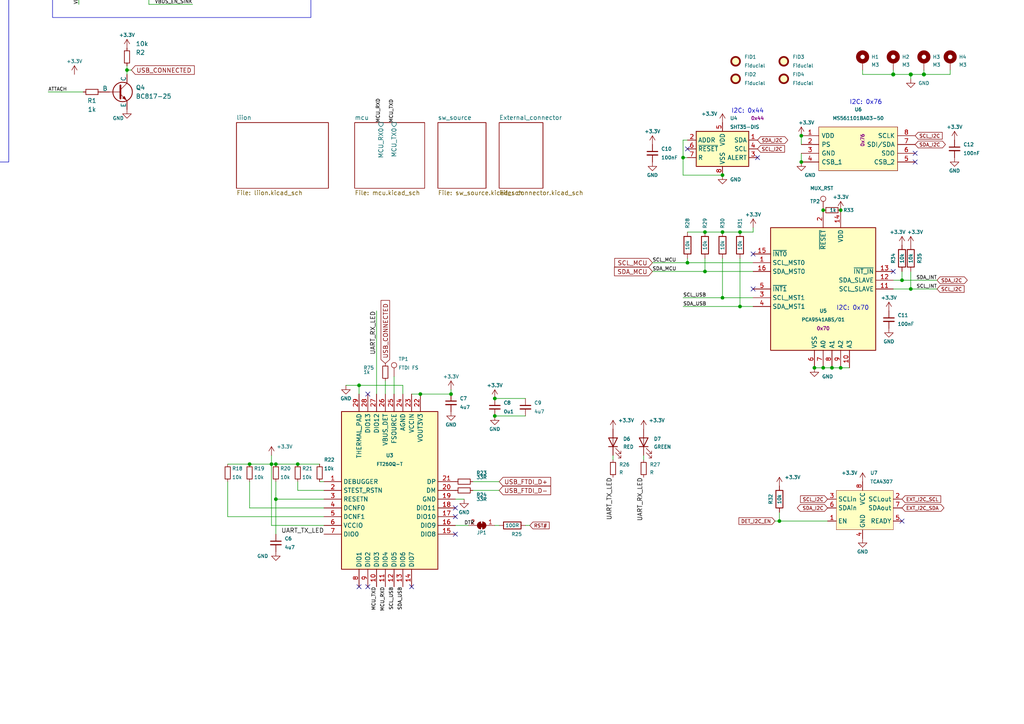
<source format=kicad_sch>
(kicad_sch (version 20230121) (generator eeschema)
  (paper "A4")
  (junction (at -48.26 68.58))
  (junction (at 86.36 134.62))
  (junction (at 209.55 86.36))
  (junction (at 214.63 67.31))
  (junction (at -46.99 30.48))
  (junction (at 243.84 106.68))
  (junction (at 214.63 88.9))
  (junction (at 22.86 -17.78))
  (junction (at 259.08 21.59) (diameter 1.016))
  (junction (at 226.06 151.13))
  (junction (at 199.39 76.2))
  (junction (at -49.53 2.54))
  (junction (at -36.83 68.58))
  (junction (at 232.41 39.37))
  (junction (at 130.81 114.3))
  (junction (at 209.55 50.8))
  (junction (at 80.01 144.78))
  (junction (at 209.55 67.31))
  (junction (at 204.47 78.74))
  (junction (at 243.84 60.96))
  (junction (at 264.16 83.82))
  (junction (at -49.53 7.62))
  (junction (at -96.52 38.1))
  (junction (at 143.51 120.65))
  (junction (at 267.97 21.59) (diameter 1.016))
  (junction (at 52.07 -17.78))
  (junction (at 104.14 111.76))
  (junction (at 198.12 45.72))
  (junction (at 43.18 -7.62))
  (junction (at -13.97 68.58))
  (junction (at 238.76 106.68))
  (junction (at 204.47 67.31))
  (junction (at 78.74 134.62))
  (junction (at 238.76 60.96))
  (junction (at 241.3 106.68))
  (junction (at 72.39 134.62))
  (junction (at 261.62 81.28))
  (junction (at 236.22 106.68))
  (junction (at 80.01 134.62))
  (junction (at -5.08 -5.08))
  (junction (at 59.69 -17.78))
  (junction (at -25.4 68.58))
  (junction (at 264.16 21.59) (diameter 1.016))
  (junction (at 36.83 20.32))
  (junction (at -31.75 -20.32))
  (junction (at 232.41 46.99))
  (junction (at 121.92 114.3))
  (junction (at 143.51 115.57))
  (junction (at 33.02 -17.78))
  (no_connect (at 132.08 147.32))
  (no_connect (at 132.08 149.86))
  (no_connect (at -76.2 -31.75))
  (no_connect (at 106.68 170.18))
  (no_connect (at 104.14 170.18))
  (no_connect (at 132.08 154.94))
  (no_connect (at 218.44 73.66))
  (no_connect (at 265.43 44.45))
  (no_connect (at 119.38 170.18))
  (no_connect (at 218.44 83.82))
  (no_connect (at 261.62 151.13))
  (no_connect (at 106.68 114.3))
  (no_connect (at -73.66 26.67))
  (no_connect (at 219.71 45.72))
  (no_connect (at -73.66 29.21))
  (no_connect (at 265.43 46.99))
  (no_connect (at 199.39 43.18))
  (no_connect (at 259.08 78.74))
  (wire (pts (xy 66.04 134.62) (xy 72.39 134.62)))
  (wire (pts (xy 72.39 139.7) (xy 72.39 147.32)))
  (wire (pts (xy -13.97 81.28) (xy -13.97 86.36)))
  (wire (pts (xy 199.39 74.93) (xy 199.39 76.2)))
  (wire (pts (xy 177.8 132.08) (xy 177.8 133.35)))
  (wire (pts (xy 22.86 -17.78) (xy 22.86 -16.51)))
  (wire (pts (xy -73.66 16.51) (xy -73.66 19.05)))
  (wire (pts (xy 250.19 21.59) (xy 259.08 21.59)))
  (wire (pts (xy 66.04 149.86) (xy 93.98 149.86)))
  (wire (pts (xy -48.26 81.28) (xy -48.26 86.36)))
  (wire (pts (xy 218.44 66.04) (xy 218.44 67.31)))
  (wire (pts (xy 144.78 139.7) (xy 137.16 139.7)))
  (wire (pts (xy 198.12 45.72) (xy 198.12 50.8)))
  (wire (pts (xy 199.39 67.31) (xy 204.47 67.31)))
  (wire (pts (xy 204.47 67.31) (xy 209.55 67.31)))
  (wire (pts (xy 50.8 -7.62) (xy 52.07 -7.62)))
  (wire (pts (xy 143.51 115.57) (xy 152.4 115.57)))
  (wire (pts (xy -96.52 38.1) (xy -88.9 38.1)))
  (wire (pts (xy 48.26 -17.78) (xy 52.07 -17.78)))
  (wire (pts (xy 204.47 78.74) (xy 218.44 78.74)))
  (wire (pts (xy 241.3 106.68) (xy 243.84 106.68)))
  (wire (pts (xy 186.69 132.08) (xy 186.69 133.35)))
  (wire (pts (xy 59.69 -11.43) (xy 59.69 -3.81)))
  (wire (pts (xy 198.12 50.8) (xy 209.55 50.8)))
  (wire (pts (xy 22.86 -11.43) (xy 22.86 1.27)))
  (wire (pts (xy 214.63 74.93) (xy 214.63 88.9)))
  (wire (pts (xy -96.52 38.1) (xy -96.52 36.83)))
  (wire (pts (xy 52.07 -17.78) (xy 52.07 -16.51)))
  (wire (pts (xy 33.02 -17.78) (xy 33.02 -16.51)))
  (wire (pts (xy 92.71 139.7) (xy 93.98 139.7)))
  (wire (pts (xy 209.55 67.31) (xy 214.63 67.31)))
  (wire (pts (xy 13.97 26.67) (xy 24.13 26.67)))
  (wire (pts (xy -24.13 -10.16) (xy -12.7 -10.16)))
  (wire (pts (xy 243.84 106.68) (xy 246.38 106.68)))
  (wire (pts (xy -36.83 68.58) (xy -25.4 68.58)))
  (wire (pts (xy 52.07 -17.78) (xy 59.69 -17.78)))
  (wire (pts (xy -49.53 2.54) (xy -49.53 3.81)))
  (wire (pts (xy -25.4 81.28) (xy -25.4 86.36)))
  (wire (pts (xy 232.41 44.45) (xy 232.41 46.99)))
  (wire (pts (xy 267.97 20.32) (xy 267.97 21.59)))
  (wire (pts (xy 80.01 134.62) (xy 86.36 134.62)))
  (wire (pts (xy 59.69 -17.78) (xy 60.96 -17.78)))
  (wire (pts (xy -71.12 -1.27) (xy -73.66 -1.27)))
  (wire (pts (xy 78.74 134.62) (xy 78.74 152.4)))
  (wire (pts (xy 33.02 -7.62) (xy 43.18 -7.62)))
  (wire (pts (xy -46.99 27.94) (xy -46.99 30.48)))
  (wire (pts (xy -49.53 0) (xy -46.99 0)))
  (wire (pts (xy 214.63 88.9) (xy 218.44 88.9)))
  (wire (pts (xy 111.76 110.49) (xy 111.76 114.3)))
  (wire (pts (xy -49.53 7.62) (xy -49.53 10.16)))
  (wire (pts (xy -26.67 -12.7) (xy -26.67 -10.16)))
  (wire (pts (xy -49.53 6.35) (xy -49.53 7.62)))
  (wire (pts (xy 259.08 20.32) (xy 259.08 21.59)))
  (wire (pts (xy -46.99 30.48) (xy -46.99 31.75)))
  (wire (pts (xy 109.22 90.17) (xy 109.22 114.3)))
  (wire (pts (xy 43.18 -6.35) (xy 43.18 -7.62)))
  (wire (pts (xy 33.02 -17.78) (xy 38.1 -17.78)))
  (wire (pts (xy 104.14 111.76) (xy 104.14 114.3)))
  (wire (pts (xy -73.66 11.43) (xy -73.66 13.97)))
  (wire (pts (xy 119.38 114.3) (xy 121.92 114.3)))
  (wire (pts (xy 153.67 152.4) (xy 152.4 152.4)))
  (wire (pts (xy -59.69 81.28) (xy -59.69 86.36)))
  (wire (pts (xy 132.08 152.4) (xy 135.89 152.4)))
  (wire (pts (xy 121.92 114.3) (xy 130.81 114.3)))
  (wire (pts (xy 132.08 144.78) (xy 134.62 144.78)))
  (wire (pts (xy 261.62 81.28) (xy 259.08 81.28)))
  (wire (pts (xy 52.07 -11.43) (xy 52.07 -7.62)))
  (wire (pts (xy 226.06 148.59) (xy 226.06 151.13)))
  (wire (pts (xy 43.18 -7.62) (xy 45.72 -7.62)))
  (wire (pts (xy 43.18 -10.16) (xy 43.18 -7.62)))
  (wire (pts (xy 33.02 -11.43) (xy 33.02 -7.62)))
  (wire (pts (xy 66.04 139.7) (xy 66.04 149.86)))
  (wire (pts (xy 236.22 106.68) (xy 238.76 106.68)))
  (wire (pts (xy 218.44 67.31) (xy 214.63 67.31)))
  (wire (pts (xy -49.53 10.16) (xy -46.99 10.16)))
  (wire (pts (xy 59.69 -17.78) (xy 59.69 -16.51)))
  (wire (pts (xy 271.78 81.28) (xy 261.62 81.28)))
  (wire (pts (xy -31.75 -20.32) (xy -31.75 -10.16)))
  (wire (pts (xy 144.78 152.4) (xy 143.51 152.4)))
  (wire (pts (xy -66.04 -24.13) (xy -63.5 -24.13)))
  (wire (pts (xy 36.83 20.32) (xy 36.83 21.59)))
  (wire (pts (xy -31.75 -22.86) (xy -31.75 -20.32)))
  (wire (pts (xy 100.33 111.76) (xy 104.14 111.76)))
  (wire (pts (xy 275.59 21.59) (xy 275.59 20.32)))
  (wire (pts (xy 198.12 86.36) (xy 209.55 86.36)))
  (wire (pts (xy 198.12 88.9) (xy 214.63 88.9)))
  (wire (pts (xy 55.88 1.27) (xy 43.18 1.27)))
  (wire (pts (xy -12.7 -5.08) (xy -5.08 -5.08)))
  (wire (pts (xy 271.78 83.82) (xy 264.16 83.82)))
  (wire (pts (xy -41.91 -20.32) (xy -36.83 -20.32)))
  (wire (pts (xy 72.39 134.62) (xy 78.74 134.62)))
  (wire (pts (xy 189.23 78.74) (xy 204.47 78.74)))
  (wire (pts (xy -25.4 68.58) (xy -13.97 68.58)))
  (wire (pts (xy 198.12 40.64) (xy 198.12 45.72)))
  (wire (pts (xy 238.76 106.68) (xy 241.3 106.68)))
  (wire (pts (xy -49.53 7.62) (xy -46.99 7.62)))
  (wire (pts (xy 224.79 151.13) (xy 226.06 151.13)))
  (wire (pts (xy 80.01 144.78) (xy 80.01 154.94)))
  (wire (pts (xy 143.51 120.65) (xy 152.4 120.65)))
  (wire (pts (xy 189.23 76.2) (xy 199.39 76.2)))
  (wire (pts (xy 78.74 152.4) (xy 93.98 152.4)))
  (wire (pts (xy 264.16 21.59) (xy 264.16 22.86)))
  (wire (pts (xy 261.62 78.74) (xy 261.62 81.28)))
  (wire (pts (xy 78.74 134.62) (xy 80.01 134.62)))
  (wire (pts (xy 259.08 21.59) (xy 264.16 21.59)))
  (wire (pts (xy 226.06 151.13) (xy 240.03 151.13)))
  (wire (pts (xy -49.53 0) (xy -49.53 2.54)))
  (wire (pts (xy 86.36 139.7) (xy 86.36 142.24)))
  (wire (pts (xy 264.16 21.59) (xy 267.97 21.59)))
  (wire (pts (xy 198.12 45.72) (xy 199.39 45.72)))
  (wire (pts (xy -48.26 68.58) (xy -36.83 68.58)))
  (wire (pts (xy -88.9 -24.13) (xy -86.36 -24.13)))
  (wire (pts (xy 209.55 74.93) (xy 209.55 86.36)))
  (wire (pts (xy 232.41 41.91) (xy 232.41 39.37)))
  (wire (pts (xy 264.16 83.82) (xy 259.08 83.82)))
  (wire (pts (xy -73.66 3.81) (xy -49.53 3.81)))
  (wire (pts (xy 80.01 144.78) (xy 93.98 144.78)))
  (wire (pts (xy 264.16 78.74) (xy 264.16 83.82)))
  (wire (pts (xy 78.74 132.08) (xy 78.74 134.62)))
  (wire (pts (xy -49.53 2.54) (xy -46.99 2.54)))
  (wire (pts (xy 38.1 20.32) (xy 36.83 20.32)))
  (wire (pts (xy 209.55 86.36) (xy 218.44 86.36)))
  (wire (pts (xy 116.84 111.76) (xy 116.84 114.3)))
  (wire (pts (xy -5.08 -12.7) (xy -5.08 -10.16)))
  (wire (pts (xy 86.36 134.62) (xy 92.71 134.62)))
  (wire (pts (xy 250.19 20.32) (xy 250.19 21.59)))
  (wire (pts (xy -88.9 38.1) (xy -88.9 36.83)))
  (wire (pts (xy 198.12 40.64) (xy 199.39 40.64)))
  (wire (pts (xy -73.66 6.35) (xy -49.53 6.35)))
  (wire (pts (xy 199.39 76.2) (xy 218.44 76.2)))
  (wire (pts (xy 86.36 142.24) (xy 93.98 142.24)))
  (wire (pts (xy 72.39 147.32) (xy 93.98 147.32)))
  (wire (pts (xy 22.86 -17.78) (xy 33.02 -17.78)))
  (wire (pts (xy -36.83 81.28) (xy -36.83 86.36)))
  (wire (pts (xy 104.14 111.76) (xy 116.84 111.76)))
  (wire (pts (xy -26.67 -12.7) (xy -5.08 -12.7)))
  (wire (pts (xy 204.47 74.93) (xy 204.47 78.74)))
  (wire (pts (xy 43.18 1.27) (xy 43.18 -1.27)))
  (wire (pts (xy 114.3 109.22) (xy 114.3 114.3)))
  (wire (pts (xy 144.78 142.24) (xy 137.16 142.24)))
  (wire (pts (xy 130.81 114.3) (xy 130.81 113.03)))
  (wire (pts (xy 80.01 139.7) (xy 80.01 144.78)))
  (wire (pts (xy 36.83 19.05) (xy 36.83 20.32)))
  (wire (pts (xy -59.69 68.58) (xy -48.26 68.58)))
  (wire (pts (xy 267.97 21.59) (xy 275.59 21.59)))
  (rectangle (start -64.77 57.15) (end -2.54 96.52))
  (rectangle (start -105.41 -34.29) (end 2.54 46.99))
  (rectangle (start 15.24 -34.29) (end 90.17 5.08))
  (text_box "I2C adresy\n=======\n\n0x44: HYGROMETER\n0x76: ALTIMET\n0x70: I2C switch\n0x6B: Charger\n: EEPROM \n: RTC" (at 199.39 -27.94 0) (size 21.59 26.67) (effects (font (size 1.27 1.27)) (justify left top)))
  (text_box "Je zde I2C master switch. Tím by mělo jít zajistit, aby komponenty byly \"programovatelné\" přímo přes USB pomocí FT260Q, který funguje jako USB-UART a zároveň USB-I2C bridge. Díky tomu by to mělo usnadnit konfiguraci. " (at 309.88 52.07 0) (size 77.47 83.82) (effects (font (size 1.27 1.27)) (justify left top)))
  (text "I2C: 0x44" (at 212.09 33.02 0) (effects (font (size 1.27 1.27)) (justify left bottom)))
  (text "Output disconnector" (at 15.24 -34.29 0) (effects (font (size 1.27 1.27)) (justify left bottom)))
  (text "USB-C connector and PD-sink controller" (at -105.41 -34.29 0) (effects (font (size 1.27 1.27)) (justify left bottom)))
  (text "LED indicators\n" (at -64.77 57.15 0) (effects (font (size 1.27 1.27)) (justify left bottom)))
  (text "I2C: 0x76" (at 246.38 30.48 0) (effects (font (size 1.27 1.27)) (justify left bottom)))
  (text "I2C: 0x70" (at 242.57 90.17 0) (effects (font (size 1.27 1.27)) (justify left bottom)))
  (label "SCL_INT" (at 271.78 83.82 180) (effects (font (size 1 1))))
  (label "VBUS_EN_SINK" (at 55.88 1.27 180) (effects (font (size 1 1))))
  (label "SDA_INT" (at 271.78 81.28 180) (effects (font (size 1 1))))
  (label "SCL_MCU" (at 189.23 76.2 0) (effects (font (size 1 1))))
  (label "VBUS_VS_DISCH" (at 22.86 1.27 90) (effects (font (size 1 1))))
  (label "ATTACH" (at -59.69 86.36 0) (effects (font (size 1 1))))
  (label "PWR_OK2" (at -25.4 86.36 0) (effects (font (size 1 1))))
  (label "UART_RX_LED" (at 109.22 90.17 270))
  (label "SCL_USB" (at 198.12 86.36 0) (effects (font (size 1 1))))
  (label "PWR_OK3" (at -16.51 12.7 0) (effects (font (size 1 1))))
  (label "ATTACH" (at -16.51 25.4 0) (effects (font (size 1 1))))
  (label "PWR_OK2" (at -16.51 10.16 0) (effects (font (size 1 1))))
  (label "ALERT" (at -46.99 25.4 180) (effects (font (size 1 1))))
  (label "DISCH" (at -16.51 15.24 0) (effects (font (size 1 1))))
  (label "UART_RX_LED" (at 186.69 138.43 270))
  (label "VBUS_VS_DISCH" (at -46.99 15.24 180) (effects (font (size 1 1))))
  (label "D-" (at -73.66 13.97 0) (effects (font (size 1 1))))
  (label "ALERT" (at -48.26 86.36 0) (effects (font (size 1 1))))
  (label "GPIO" (at -36.83 86.36 0) (effects (font (size 1 1))))
  (label "SDA_USB" (at 198.12 88.9 0) (effects (font (size 1 1))))
  (label "SDA_USB" (at 116.84 170.18 270) (effects (font (size 1 1))))
  (label "SCL_USB" (at 114.3 170.18 270) (effects (font (size 1 1))))
  (label "MCU_TXD" (at 114.3 35.56 90) (effects (font (size 1 1))))
  (label "SDA_MCU" (at 189.23 78.74 0) (effects (font (size 1 1))))
  (label "MCU_RXD" (at 110.49 35.56 90) (effects (font (size 1 1))))
  (label "MCU_RXD" (at 111.76 170.18 270) (effects (font (size 1 1))))
  (label "UART_TX_LED" (at 93.98 154.94 180))
  (label "GPIO" (at -16.51 27.94 0) (effects (font (size 1 1))))
  (label "VSYS" (at -31.75 -17.78 270) (effects (font (size 1 1))))
  (label "SCL" (at -46.99 20.32 180) (effects (font (size 1 1))))
  (label "DTR" (at 134.62 152.4 0) (effects (font (size 1 1))))
  (label "D+" (at -73.66 19.05 0) (effects (font (size 1 1))))
  (label "MCU_TXD" (at 109.22 170.18 270) (effects (font (size 1 1))))
  (label "ATTACH" (at 13.97 26.67 0) (effects (font (size 1 1))))
  (label "D-" (at -88.9 -24.13 0) (effects (font (size 1 1))))
  (label "SIDE" (at -16.51 22.86 0) (effects (font (size 1 1))))
  (label "RESET" (at -46.99 -5.08 180) (effects (font (size 1 1))))
  (label "UART_TX_LED" (at 177.8 138.43 270))
  (label "DISCH" (at 59.69 -3.81 90) (effects (font (size 1 1))))
  (label "SDA" (at -46.99 22.86 180) (effects (font (size 1 1))))
  (label "PWR_OK3" (at -13.97 86.36 0) (effects (font (size 1 1))))
  (label "D+" (at -63.5 -24.13 180) (effects (font (size 1 1))))
  (label "VBUS_EN_SINK" (at -16.51 5.08 0) (effects (font (size 1 1))))
  (global_label "SDA_I2C" (shape bidirectional) (at 265.43 41.91 0) (effects (font (size 1 1))) (property "Intersheetrefs" "${INTERSHEET_REFS}" (effects hide)))
  (global_label "SDA_I2C" (shape bidirectional) (at 219.71 40.64 0) (effects (font (size 1 1))) (property "Intersheetrefs" "${INTERSHEET_REFS}" (effects hide)))
  (global_label "SCL_I2C" (shape input) (at 240.03 144.78 180) (effects (font (size 1 1))) (property "Intersheetrefs" "${INTERSHEET_REFS}" (effects hide)))
  (global_label "SDA_MCU" (shape input) (at 189.23 78.74 180) (property "Intersheetrefs" "${INTERSHEET_REFS}" (effects hide)))
  (global_label "USB_FTDI_D-" (shape input) (at 144.78 142.24 0) (property "Intersheetrefs" "${INTERSHEET_REFS}" (effects hide)))
  (global_label "EXT_I2C_SCL" (shape input) (at 261.62 144.78 0) (effects (font (size 1 1))) (property "Intersheetrefs" "${INTERSHEET_REFS}" (effects hide)))
  (global_label "SDA_I2C" (shape bidirectional) (at 240.03 147.32 180) (effects (font (size 1 1))) (property "Intersheetrefs" "${INTERSHEET_REFS}" (effects hide)))
  (global_label "EXT_I2C_SDA" (shape bidirectional) (at 261.62 147.32 0) (effects (font (size 1 1))) (property "Intersheetrefs" "${INTERSHEET_REFS}" (effects hide)))
  (global_label "DET_I2C_EN" (shape input) (at 224.79 151.13 180) (effects (font (size 1 1))) (property "Intersheetrefs" "${INTERSHEET_REFS}" (effects hide)))
  (global_label "SCL_I2C" (shape input) (at 219.71 43.18 0) (effects (font (size 1 1))) (property "Intersheetrefs" "${INTERSHEET_REFS}" (effects hide)))
  (global_label "SCL_I2C" (shape input) (at 271.78 83.82 0) (effects (font (size 1 1))) (property "Intersheetrefs" "${INTERSHEET_REFS}" (effects hide)))
  (global_label "SDA_I2C" (shape bidirectional) (at 271.78 81.28 0) (effects (font (size 1 1))) (property "Intersheetrefs" "${INTERSHEET_REFS}" (effects hide)))
  (global_label "SCL_I2C" (shape input) (at 265.43 39.37 0) (effects (font (size 1 1))) (property "Intersheetrefs" "${INTERSHEET_REFS}" (effects hide)))
  (global_label "SCL_MCU" (shape input) (at 189.23 76.2 180) (property "Intersheetrefs" "${INTERSHEET_REFS}" (effects hide)))
  (global_label "USB_D-" (shape input) (at -86.36 -19.05 180) (property "Intersheetrefs" "${INTERSHEET_REFS}" (effects hide)))
  (global_label "RST#" (shape input) (at 153.67 152.4 0) (effects (font (size 1 1))) (property "Intersheetrefs" "${INTERSHEET_REFS}" (effects hide)))
  (global_label "USB_D+" (shape input) (at -66.04 -19.05 0) (property "Intersheetrefs" "${INTERSHEET_REFS}" (effects hide)))
  (global_label "USB_POWER" (shape input) (at 60.96 -17.78 0) (property "Intersheetrefs" "${INTERSHEET_REFS}" (effects hide)))
  (global_label "USB_CONNECTED" (shape input) (at 111.76 105.41 90) (property "Intersheetrefs" "${INTERSHEET_REFS}" (effects hide)))
  (global_label "USB_FTDI_D+" (shape input) (at 144.78 139.7 0) (property "Intersheetrefs" "${INTERSHEET_REFS}" (effects hide)))
  (global_label "USB_CONNECTED" (shape input) (at 38.1 20.32 0) (property "Intersheetrefs" "${INTERSHEET_REFS}" (effects hide)))
  (symbol (lib_id "power:+3.3V") (at 226.06 140.97 0) (unit 1)
    (property "Reference" "#PWR032" (effects hide))
    (property "Value" "+3.3V" (at 229.87 138.43 0) (effects (font (size 1 1))))
  )
  (symbol (lib_id "power:+3.3V") (at 218.44 66.04 0) (unit 1)
    (property "Reference" "#PWR031" (effects hide))
    (property "Value" "+3.3V" (at 218.44 62.23 0) (effects (font (size 1 1))))
  )
  (symbol (lib_id "Device:C_Small") (at 130.81 116.84 0) (unit 1)
    (property "Reference" "C7" (at 133.35 115.57 0) (effects (font (size 1 1)) (justify left)))
    (property "Value" "4u7" (at 133.35 118.11 0) (effects (font (size 1 1)) (justify left)))
    (property "Footprint" "Capacitor_SMD:C_0805_2012Metric" (effects hide))
  )
  (symbol (lib_id "Device:R_Small") (at -36.83 71.12 0) (unit 1)
    (property "Reference" "R10" (at -34.29 69.85 0) (effects (font (size 1 1)) (justify left)))
    (property "Value" "62R" (at -34.29 72.39 0) (effects (font (size 1 1)) (justify left)))
    (property "Footprint" "Resistor_SMD:R_0805_2012Metric" (effects hide))
    (property "MFPN" "R0805 62R 1%" (effects hide))
    (property "UST_ID" "5c70984512875079b91f8974" (effects hide))
    (property "MPN" "R0805 62R 1%" (effects hide))
  )
  (symbol (lib_id "MLAB_T:IRF7469PbF") (at 43.18 -15.24 270) (mirror x) (unit 1)
    (property "Reference" "Q1" (at 43.18 -24.13 90) (effects (font (size 1 1))))
    (property "Value" "IRF9317TRPBF" (at 43.18 -21.59 90) (effects (font (size 1 1))))
    (property "Footprint" "Package_SO:SOIC-8_3.9x4.9mm_P1.27mm" (effects hide))
    (property "Sim.Type" "VDMOS" (effects hide))
    (property "Sim.Pins" "1=D 2=G 3=S" (effects hide))
    (property "MFPN" "IRF9317TRPBF " (effects hide))
    (property "UST_ID" "64f8de80f3b9d36f37fc9304" (effects hide))
    (property "MPN" "IRF9317TRPBF " (effects hide))
  )
  (symbol (lib_id "Device:C_Small") (at 143.51 118.11 0) (unit 1)
    (property "Reference" "C8" (at 146.05 116.84 0) (effects (font (size 1 1)) (justify left)))
    (property "Value" "0u1" (at 146.05 119.38 0) (effects (font (size 1 1)) (justify left)))
    (property "Footprint" "Capacitor_SMD:C_0805_2012Metric" (effects hide))
  )
  (symbol (lib_id "power:+3.3V") (at 209.55 35.56 0) (unit 1)
    (property "Reference" "#PWR029" (effects hide))
    (property "Value" "+3.3V" (at 205.74 33.02 0) (effects (font (size 1 1))))
  )
  (symbol (lib_id "power:+3.3V") (at 264.16 71.12 0) (unit 1)
    (property "Reference" "#PWR043" (effects hide))
    (property "Value" "+3.3V" (at 265.43 67.31 0) (effects (font (size 1 1))))
  )
  (symbol (lib_id "Device:C_Small") (at -52.07 -21.59 0) (unit 1)
    (property "Reference" "C1" (at -49.53 -22.86 0) (effects (font (size 1 1)) (justify left)))
    (property "Value" "1n" (at -49.53 -20.32 0) (effects (font (size 1 1)) (justify left)))
    (property "Footprint" "Capacitor_SMD:C_0805_2012Metric" (effects hide))
    (property "MFPN" "C0805 1u" (effects hide))
    (property "UST_ID" "5c70984712875079b91f8b50" (effects hide))
    (property "MPN" "C0805 1u" (effects hide))
  )
  (symbol (lib_id "SPACEDOS01A_PCB01A-rescue:R-device-DATALOGGER01A-rescue-CCP2019V01A-rescue") (at 264.16 74.93 180) (unit 1)
    (property "Reference" "R35" (at 266.7 74.93 90) (effects (font (size 1 1))))
    (property "Value" "10k" (at 264.16 74.93 90) (effects (font (size 1 1))))
    (property "Footprint" "Resistor_SMD:R_0805_2012Metric" (effects hide))
    (property "UST_ID" "5c70984512875079b91f8962" (effects hide))
  )
  (symbol (lib_id "power:VBUS") (at -34.29 -10.16 0) (unit 1)
    (property "Reference" "#PWR08" (effects hide))
    (property "Value" "VBUS" (at -38.1 -11.43 0) (effects (font (size 1 1))))
  )
  (symbol (lib_name "GND_2") (lib_id "power:GND") (at 100.33 111.76 0) (unit 1)
    (property "Reference" "#PWR018" (effects hide))
    (property "Value" "GND" (at 100.33 115.57 0) (effects (font (size 1 1))))
  )
  (symbol (lib_id "power:+3V3") (at -13.97 68.58 0) (unit 1)
    (property "Reference" "#PWR011" (effects hide))
    (property "Value" "+3V3" (at -13.97 64.77 0) (effects (font (size 1 1))))
  )
  (symbol (lib_id "Device:C_Small") (at -34.29 -20.32 270) (unit 1)
    (property "Reference" "C2" (at -36.83 -24.13 90) (effects (font (size 1 1))))
    (property "Value" "1u" (at -36.83 -21.59 90) (effects (font (size 1 1))))
    (property "Footprint" "Capacitor_SMD:C_0805_2012Metric" (effects hide))
    (property "MFPN" "C0805 1u" (effects hide))
    (property "UST_ID" "5c70984712875079b91f8b50" (effects hide))
    (property "MPN" "C0805 1u" (effects hide))
  )
  (symbol (lib_id "Device:LED") (at 186.69 128.27 90) (unit 1)
    (property "Reference" "D7" (at 189.6111 127.3111 90) (effects (font (size 1 1)) (justify right)))
    (property "Value" "GREEN" (at 189.611 129.61 90) (effects (font (size 1 1)) (justify right)))
    (property "Footprint" "LED_SMD:LED_1206_3216Metric" (effects hide))
    (property "Datasheet" "https://www.tme.eu/Document/283cf8402cc8d70fa16840405395cb5a/kptr-3216cgck.pdf" (effects hide))
    (property "UST_ID" "5c70984412875079b91f8895" (effects hide))
    (property "LCSC" "C598394" (effects hide))
  )
  (symbol (lib_id "Device:R_Small") (at 59.69 -13.97 0) (unit 1)
    (property "Reference" "R17" (at 62.23 -13.97 0) (effects (font (size 1 1)) (justify left)))
    (property "Value" "1k" (at 62.23 -12.7 0) (effects (font (size 1 1)) (justify left)))
    (property "Footprint" "Resistor_SMD:R_0805_2012Metric" (effects hide))
    (property "MFPN" "R0805 1k 1%" (effects hide))
    (property "UST_ID" "5c70984512875079b91f898c" (effects hide))
    (property "MPN" "R0805 1k 1%" (effects hide))
  )
  (symbol (lib_id "Device:R_Small") (at 22.86 -13.97 0) (unit 1)
    (property "Reference" "R13" (at 25.4 -13.97 0) (effects (font (size 1 1)) (justify left)))
    (property "Value" "1k" (at 25.4 -12.7 0) (effects (font (size 1 1)) (justify left)))
    (property "Footprint" "Resistor_SMD:R_0805_2012Metric" (effects hide))
    (property "MFPN" "R0805 1k 1%" (effects hide))
    (property "UST_ID" "5c70984512875079b91f898c" (effects hide))
    (property "MPN" "R0805 1k 1%" (effects hide))
  )
  (symbol (lib_id "power:+3.3V") (at 243.84 60.96 0) (unit 1)
    (property "Reference" "#PWR036" (effects hide))
    (property "Value" "+3.3V" (at 243.84 57.15 0) (effects (font (size 1 1))))
  )
  (symbol (lib_id "Device:C_Small") (at 276.86 43.18 0) (unit 1)
    (property "Reference" "C12" (at 279.4 41.91 0) (effects (font (size 1 1)) (justify left)))
    (property "Value" "100nF" (at 279.4 44.45 0) (effects (font (size 1 1)) (justify left)))
    (property "Footprint" "Capacitor_SMD:C_0805_2012Metric" (effects hide))
  )
  (symbol (lib_id "power:GND") (at -76.2 -11.43 0) (unit 1)
    (property "Reference" "#PWR014" (effects hide))
    (property "Value" "GND" (at -76.2 -7.62 0) (effects (font (size 1 1))))
  )
  (symbol (lib_id "power:GND") (at -5.08 -5.08 0) (unit 1)
    (property "Reference" "#PWR012" (effects hide))
    (property "Value" "GND" (at -1.27 -2.54 0) (effects (font (size 1 1))))
  )
  (symbol (lib_id "power:VBUS") (at 22.86 -17.78 0) (unit 1)
    (property "Reference" "#PWR013" (effects hide))
    (property "Value" "VBUS" (at 26.67 -19.05 0) (effects (font (size 1 1))))
  )
  (symbol (lib_id "Device:R_Small") (at 48.26 -7.62 270) (unit 1)
    (property "Reference" "R16" (at 48.26 -11.43 90) (effects (font (size 1 1))))
    (property "Value" "100R" (at 48.26 -10.16 90) (effects (font (size 1 1))))
    (property "Footprint" "Resistor_SMD:R_0805_2012Metric" (effects hide))
    (property "MFPN" "R0805 100R 1%" (effects hide))
    (property "UST_ID" "5c70984512875079b91f8977" (effects hide))
    (property "MPN" "R0805 100R 1%" (effects hide))
  )
  (symbol (lib_id "Mechanical:MountingHole_Pad") (at 259.08 17.78 0) (unit 1) (in_bom no)
    (property "Reference" "H2" (at 261.6201 16.5036 0) (effects (font (size 1 1)) (justify left)))
    (property "Value" "M3" (at 261.6201 18.8023 0) (effects (font (size 1 1)) (justify left)))
    (property "Footprint" "Mlab_Mechanical:MountingHole_3mm" (effects hide))
  )
  (symbol (lib_id "Device:R_Small") (at 80.01 137.16 0) (unit 1)
    (property "Reference" "R20" (at 81.28 135.89 0) (effects (font (size 1 1)) (justify left)))
    (property "Value" "10k" (at 81.28 138.43 0) (effects (font (size 1 1)) (justify left)))
    (property "Footprint" "Resistor_SMD:R_0805_2012Metric" (effects hide))
  )
  (symbol (lib_id "Device:R_Small") (at 186.69 135.89 0) (unit 1)
    (property "Reference" "R27" (at 188.4681 134.7406 0) (effects (font (size 1 1)) (justify left)))
    (property "Value" "R" (at 188.468 137.039 0) (effects (font (size 1 1)) (justify left)))
    (property "Footprint" "Resistor_SMD:R_0805_2012Metric" (effects hide))
  )
  (symbol (lib_id "SPACEDOS01A_PCB01A-rescue:R-device-DATALOGGER01A-rescue-CCP2019V01A-rescue") (at 261.62 74.93 180) (unit 1)
    (property "Reference" "R34" (at 259.08 74.93 90) (effects (font (size 1 1))))
    (property "Value" "10k" (at 261.62 74.93 90) (effects (font (size 1 1))))
    (property "Footprint" "Resistor_SMD:R_0805_2012Metric" (effects hide))
    (property "UST_ID" "5c70984512875079b91f8962" (effects hide))
  )
  (symbol (lib_id "Device:R_Small") (at 92.71 137.16 0) (unit 1)
    (property "Reference" "R22" (at 93.98 133.35 0) (effects (font (size 1 1)) (justify left)))
    (property "Value" "10k" (at 93.98 135.89 0) (effects (font (size 1 1)) (justify left)))
    (property "Footprint" "Resistor_SMD:R_0805_2012Metric" (effects hide))
  )
  (symbol (lib_id "MLAB_IO:PCA9541ABS_03,118") (at 218.44 81.28 0) (unit 1)
    (property "Reference" "U5" (at 238.76 90.17 0) (effects (font (size 1 1))))
    (property "Value" "PCA9541ABS/01" (at 238.76 92.71 0) (effects (font (size 1 1))))
    (property "Footprint" "Package_DFN_QFN:QFN-16-1EP_5x5mm_P0.8mm_EP2.7x2.7mm" (effects hide))
    (property "Datasheet" "http://www.nxp.com/docs/en/data-sheet/PCA9541A.pdf" (effects hide))
    (property "I2C" "0x70" (at 238.76 95.25 0) (effects (font (size 1 1))))
    (property "Height" "1" (effects hide))
    (property "Manufacturer_Name" "NXP" (effects hide))
    (property "Manufacturer_Part_Number" "PCA9541ABS/03,118" (effects hide))
    (property "Mouser Part Number" "771-PCA9541ABS03,118" (effects hide))
    (property "Mouser Price/Stock" "https://www.mouser.co.uk/ProductDetail/NXP-Semiconductors/PCA9541ABS-03118?qs=zgUyOPfUqsKSEeCPg1WHUw%3D%3D" (effects hide))
  )
  (symbol (lib_id "power:+3.3V") (at 143.51 115.57 0) (unit 1)
    (property "Reference" "#PWR022" (effects hide))
    (property "Value" "+3.3V" (at 143.51 111.76 0) (effects (font (size 1 1))))
  )
  (symbol (lib_id "Device:R_Small") (at -13.97 71.12 0) (unit 1)
    (property "Reference" "R12" (at -11.43 69.85 0) (effects (font (size 1 1)) (justify left)))
    (property "Value" "62R" (at -11.43 72.39 0) (effects (font (size 1 1)) (justify left)))
    (property "Footprint" "Resistor_SMD:R_0805_2012Metric" (effects hide))
    (property "MFPN" "R0805 62R 1%" (effects hide))
    (property "UST_ID" "5c70984512875079b91f8974" (effects hide))
    (property "MPN" "R0805 62R 1%" (effects hide))
  )
  (symbol (lib_id "Device:R_Small") (at -59.69 71.12 0) (unit 1)
    (property "Reference" "R8" (at -57.15 69.85 0) (effects (font (size 1 1)) (justify left)))
    (property "Value" "62R" (at -57.15 72.39 0) (effects (font (size 1 1)) (justify left)))
    (property "Footprint" "Resistor_SMD:R_0805_2012Metric" (effects hide))
    (property "MFPN" "R0805 62R 1%" (effects hide))
    (property "UST_ID" "5c70984512875079b91f8974" (effects hide))
    (property "MPN" "R0805 62R 1%" (effects hide))
  )
  (symbol (lib_id "Jumper:SolderJumper_2_Bridged") (at 139.7 152.4 180) (unit 1)
    (property "Reference" "JP1" (at 139.7 154.4805 0) (effects (font (size 1 1))))
    (property "Value" "SolderJumper_2_Open" (effects hide))
    (property "Footprint" "Jumper:SolderJumper-2_P1.3mm_Open_RoundedPad1.0x1.5mm" (effects hide))
  )
  (symbol (lib_id "SPACEDOS01A_PCB01A-rescue:R-device-DATALOGGER01A-rescue-CCP2019V01A-rescue") (at 209.55 71.12 180) (unit 1)
    (property "Reference" "R30" (at 209.55 64.77 90) (effects (font (size 1 1))))
    (property "Value" "10k" (at 209.55 71.12 90) (effects (font (size 1 1))))
    (property "Footprint" "Resistor_SMD:R_0805_2012Metric" (effects hide))
    (property "UST_ID" "5c70984512875079b91f8962" (effects hide))
  )
  (symbol (lib_id "Interface_USB:STUSB4500QTR") (at -31.75 12.7 0) (unit 1)
    (property "Reference" "U1" (at -26.67 35.56 0) (effects (font (size 1 1)) (justify left)))
    (property "Value" "STUSB4500QTR" (at -26.67 38.1 0) (effects (font (size 1 1)) (justify left)))
    (property "Footprint" "Package_DFN_QFN:QFN-24-1EP_4x4mm_P0.5mm_EP2.7x2.7mm" (effects hide))
    (property "Datasheet" "https://www.st.com/resource/en/datasheet/stusb4500.pdf" (effects hide))
    (property "MFPN" "STUSB4500QTR" (effects hide))
    (property "UST_ID" "64f8daa2f3b9d36f37fc92aa" (effects hide))
    (property "MPN" "STUSB4500QTR" (effects hide))
  )
  (symbol (lib_id "power:GND") (at 264.16 22.86 0) (unit 1)
    (property "Reference" "#PWR041" (effects hide))
    (property "Value" "GND" (at 267.97 24.13 0) (effects (font (size 1 1))))
  )
  (symbol (lib_id "Mechanical:MountingHole_Pad") (at 267.97 17.78 0) (unit 1) (in_bom no)
    (property "Reference" "H3" (at 270.5101 16.5036 0) (effects (font (size 1 1)) (justify left)))
    (property "Value" "M3" (at 270.5101 18.8023 0) (effects (font (size 1 1)) (justify left)))
    (property "Footprint" "Mlab_Mechanical:MountingHole_3mm" (effects hide))
  )
  (symbol (lib_id "power:GND") (at -41.91 -20.32 0) (unit 1)
    (property "Reference" "#PWR07" (effects hide))
    (property "Value" "GND" (at -41.91 -16.51 0) (effects (font (size 1 1))))
  )
  (symbol (lib_id "Mechanical:Fiducial") (at 213.36 17.78 0) (unit 1) (in_bom no)
    (property "Reference" "FID1" (at 215.9 16.51 0) (effects (font (size 1 1)) (justify left)))
    (property "Value" "Fiducial" (at 215.9 19.05 0) (effects (font (size 1 1)) (justify left)))
    (property "Footprint" "Fiducial:Fiducial_1mm_Mask2mm" (effects hide))
  )
  (symbol (lib_name "GND_3") (lib_id "power:GND") (at 189.23 46.99 0) (unit 1)
    (property "Reference" "#PWR025" (effects hide))
    (property "Value" "GND" (at 189.23 50.8 0) (effects (font (size 1 1))))
  )
  (symbol (lib_id "MS561101BA03-50:MS561101BA03-50") (at 232.41 39.37 0) (unit 1)
    (property "Reference" "U6" (at 248.92 31.75 0) (effects (font (size 1 1))))
    (property "Value" "MS561101BA03-50" (at 248.92 34.29 0) (effects (font (size 1 1))))
    (property "Datasheet" "http://www.te.com/usa-en/search.html?q=ms5611&source=header" (effects hide))
    (property "I2C" "0x76" (at 250.19 40.64 90) (effects (font (size 1 1))))
    (property "Description" "Sensor Pressure 1.2bar Barometric SMD MS561101BA03-50, Barometric Pressure Sensor, 1200mbar 0  3.6 V Output, 8-Pin QFN" (effects hide))
    (property "Height" "1" (effects hide))
    (property "Mouser Part Number" "824-MS561101BA03-50" (effects hide))
    (property "Mouser Price/Stock" "https://www.mouser.co.uk/ProductDetail/Measurement-Specialties/MS561101BA03-50?qs=%252BgKeJhng5iV%252BnCz6Qd5iDw%3D%3D" (effects hide))
    (property "Manufacturer_Name" "TE Connectivity" (effects hide))
    (property "Manufacturer_Part_Number" "MS561101BA03-50" (effects hide))
  )
  (symbol (lib_id "power:GND") (at -96.52 38.1 0) (unit 1)
    (property "Reference" "#PWR01" (effects hide))
    (property "Value" "GND" (at -92.71 39.37 0) (effects (font (size 1 1))))
  )
  (symbol (lib_id "Device:R_Small") (at 33.02 -13.97 0) (unit 1)
    (property "Reference" "R14" (at 35.56 -13.97 0) (effects (font (size 1 1)) (justify left)))
    (property "Value" "100k" (at 35.56 -12.7 0) (effects (font (size 1 1)) (justify left)))
    (property "Footprint" "Resistor_SMD:R_0805_2012Metric" (effects hide))
    (property "MFPN" "R0805 100K 1%" (effects hide))
    (property "UST_ID" "639ed3d540d28a66c9e88a9e" (effects hide))
    (property "MPN" "R0805 100K 1%" (effects hide))
  )
  (symbol (lib_id "power:+3.3V") (at 36.83 13.97 0) (unit 1)
    (property "Reference" "#PWR015" (effects hide))
    (property "Value" "+3.3V" (at 36.83 10.16 0) (effects (font (size 1 1))))
  )
  (symbol (lib_id "Mechanical:Fiducial") (at 227.33 17.78 0) (unit 1) (in_bom no)
    (property "Reference" "FID3" (at 229.87 16.51 0) (effects (font (size 1 1)) (justify left)))
    (property "Value" "Fiducial" (at 229.87 19.05 0) (effects (font (size 1 1)) (justify left)))
    (property "Footprint" "Fiducial:Fiducial_1mm_Mask2mm" (effects hide))
  )
  (symbol (lib_name "GND_1") (lib_id "power:GND") (at 232.41 46.99 0) (unit 1)
    (property "Reference" "#PWR034" (effects hide))
    (property "Value" "GND" (at 234.95 50.8 0) (effects (font (size 1 1))))
  )
  (symbol (lib_name "GND_3") (lib_id "power:GND") (at 257.81 95.25 0) (unit 1)
    (property "Reference" "#PWR040" (effects hide))
    (property "Value" "GND" (at 257.81 99.06 0) (effects (font (size 1 1))))
  )
  (symbol (lib_id "Mechanical:MountingHole_Pad") (at 275.59 17.78 0) (unit 1) (in_bom no)
    (property "Reference" "H4" (at 278.1301 16.5036 0) (effects (font (size 1 1)) (justify left)))
    (property "Value" "M3" (at 278.1301 18.8023 0) (effects (font (size 1 1)) (justify left)))
    (property "Footprint" "Mlab_Mechanical:MountingHole_3mm" (effects hide))
  )
  (symbol (lib_id "power:+3.3V") (at 189.23 41.91 0) (unit 1)
    (property "Reference" "#PWR024" (effects hide))
    (property "Value" "+3.3V" (at 189.23 38.1 0) (effects (font (size 1 1))))
  )
  (symbol (lib_id "Device:R_Small") (at 134.62 139.7 90) (unit 1)
    (property "Reference" "R23" (at 139.7 137.16 90) (effects (font (size 1 1))))
    (property "Value" "33R" (at 139.7 138.43 90) (effects (font (size 1 1))))
    (property "Footprint" "Resistor_SMD:R_0805_2012Metric" (effects hide))
  )
  (symbol (lib_name "GND_1") (lib_id "power:GND") (at 236.22 106.68 0) (unit 1)
    (property "Reference" "#PWR035" (effects hide))
    (property "Value" "GND" (at 240.03 109.22 0) (effects (font (size 1 1))))
  )
  (symbol (lib_id "power:+3.3V") (at 232.41 39.37 0) (unit 1)
    (property "Reference" "#PWR033" (effects hide))
    (property "Value" "+3.3V" (at 236.22 35.56 0) (effects (font (size 1 1)) (justify right)))
  )
  (symbol (lib_id "Device:R_Small") (at 86.36 137.16 0) (unit 1)
    (property "Reference" "R21" (at 87.63 135.89 0) (effects (font (size 1 1)) (justify left)))
    (property "Value" "10k" (at 87.63 138.43 0) (effects (font (size 1 1)) (justify left)))
    (property "Footprint" "Resistor_SMD:R_0805_2012Metric" (effects hide))
  )
  (symbol (lib_id "Device:R_Small") (at -25.4 71.12 0) (unit 1)
    (property "Reference" "R11" (at -23.9014 70.096 0) (effects (font (size 1 1)) (justify left)))
    (property "Value" "10R" (at -23.9014 72.144 0) (effects (font (size 1 1)) (justify left)))
    (property "Footprint" "Resistor_SMD:R_0805_2012Metric" (effects hide))
    (property "MFPN" "R0805 10R 1%" (effects hide))
    (property "UST_ID" "5c70984512875079b91f896d" (effects hide))
    (property "MPN" "R0805 10R 1%" (effects hide))
  )
  (symbol (lib_id "Mechanical:Fiducial") (at 227.33 22.86 0) (unit 1) (in_bom no)
    (property "Reference" "FID4" (at 229.87 21.59 0) (effects (font (size 1 1)) (justify left)))
    (property "Value" "Fiducial" (at 229.87 24.13 0) (effects (font (size 1 1)) (justify left)))
    (property "Footprint" "Fiducial:Fiducial_1mm_Mask2mm" (effects hide))
  )
  (symbol (lib_id "MLAB_IO:TCA4307") (at 250.19 147.32 0) (unit 1)
    (property "Reference" "U7" (at 252.3841 137.16 0) (effects (font (size 1 1)) (justify left)))
    (property "Value" "TCA4307" (at 252.3841 139.7 0) (effects (font (size 1 1)) (justify left)))
    (property "Footprint" "Package_SO:VSSOP-8_3.0x3.0mm_P0.65mm" (effects hide))
    (property "Datasheet" "https://www.ti.com/lit/ds/symlink/tca4307.pdf?ts=1617607418171&ref_url=https%253A%252F%252Fwww.ti.com%252Fproduct%252FTCA4307" (effects hide))
  )
  (symbol (lib_id "power:+3.3V") (at 250.19 139.7 0) (unit 1)
    (property "Reference" "#PWR037" (effects hide))
    (property "Value" "+3.3V" (at 246.38 137.16 0) (effects (font (size 1 1))))
  )
  (symbol (lib_id "power:GND") (at 36.83 31.75 0) (unit 1)
    (property "Reference" "#PWR028" (effects hide))
    (property "Value" "GND" (at 34.29 34.29 0) (effects (font (size 1 1))))
  )
  (symbol (lib_id "Device:LED") (at -59.69 77.47 90) (unit 1)
    (property "Reference" "D1" (at -55.88 77.7875 90) (effects (font (size 1 1)) (justify right)))
    (property "Value" "GREEN" (at -55.88 80.01 90) (effects (font (size 1 1)) (justify right)))
    (property "Footprint" "LED_SMD:LED_1206_3216Metric" (effects hide))
    (property "MFPN" "KPTR-3216CGCK" (effects hide))
    (property "UST_ID" "64ab2ec176c82a1d3b57875b" (effects hide))
    (property "MPN" "KPTR-3216CGCK" (effects hide))
  )
  (symbol (lib_id "Device:R_Small") (at 72.39 137.16 0) (unit 1)
    (property "Reference" "R19" (at 73.66 135.89 0) (effects (font (size 1 1)) (justify left)))
    (property "Value" "10k" (at 73.66 138.43 0) (effects (font (size 1 1)) (justify left)))
    (property "Footprint" "Resistor_SMD:R_0805_2012Metric" (effects hide))
  )
  (symbol (lib_id "Device:R_Small") (at 241.3 60.96 90) (unit 1)
    (property "Reference" "R33" (at 247.65 60.96 90) (effects (font (size 1 1)) (justify left)))
    (property "Value" "1k" (at 242.57 60.96 90) (effects (font (size 1 1)) (justify left)))
    (property "Footprint" "Resistor_SMD:R_0805_2012Metric" (effects hide))
  )
  (symbol (lib_id "power:+3.3V") (at -31.75 -22.86 0) (unit 1)
    (property "Reference" "#PWR09" (effects hide))
    (property "Value" "+3.3V" (at -31.75 -26.67 0) (effects (font (size 1 1))))
  )
  (symbol (lib_id "power:+3.3V") (at 186.69 124.46 0) (unit 1)
    (property "Reference" "#PWR026" (effects hide))
    (property "Value" "+3.3V" (at 190.5 121.92 0) (effects (font (size 1 1))))
  )
  (symbol (lib_id "Device:C_Small") (at -12.7 -7.62 0) (unit 1)
    (property "Reference" "C3" (at -10.16 -8.8837 0) (effects (font (size 1 1)) (justify left)))
    (property "Value" "1u" (at -10.16 -6.3437 0) (effects (font (size 1 1)) (justify left)))
    (property "Footprint" "Capacitor_SMD:C_0805_2012Metric" (effects hide))
    (property "MFPN" "C0805 1u" (effects hide))
    (property "UST_ID" "5c70984712875079b91f8b50" (effects hide))
    (property "MPN" "C0805 1u" (effects hide))
  )
  (symbol (lib_id "Device:R_Small") (at 111.76 107.95 0) (unit 1)
    (property "Reference" "R75" (at 105.41 106.68 0) (effects (font (size 1 1)) (justify left)))
    (property "Value" "1k" (at 105.41 107.95 0) (effects (font (size 1 1)) (justify left)))
    (property "Footprint" "Resistor_SMD:R_0805_2012Metric" (effects hide))
  )
  (symbol (lib_id "Device:R_Small") (at 43.18 -3.81 0) (unit 1)
    (property "Reference" "R15" (at 44.45 -3.81 0) (effects (font (size 1 1)) (justify left)))
    (property "Value" "20k" (at 44.45 -2.54 0) (effects (font (size 1 1)) (justify left)))
    (property "Footprint" "Resistor_SMD:R_0805_2012Metric" (effects hide))
    (property "MFPN" "R0805 20k 1%" (effects hide))
    (property "UST_ID" "5c70984612875079b91f89a3" (effects hide))
    (property "MPN" "R0805 20k 1%" (effects hide))
  )
  (symbol (lib_id "Device:C_Small") (at 189.23 44.45 0) (unit 1)
    (property "Reference" "C10" (at 191.77 43.18 0) (effects (font (size 1 1)) (justify left)))
    (property "Value" "100nF" (at 191.77 45.72 0) (effects (font (size 1 1)) (justify left)))
    (property "Footprint" "Capacitor_SMD:C_0805_2012Metric" (effects hide))
  )
  (symbol (lib_id "power:GND") (at -46.99 31.75 0) (unit 1)
    (property "Reference" "#PWR06" (effects hide))
    (property "Value" "GND" (at -49.53 34.29 0) (effects (font (size 1 1))))
  )
  (symbol (lib_id "Connector:TestPoint") (at 114.3 109.22 0) (unit 1)
    (property "Reference" "TP1" (at 115.57 104.14 0) (effects (font (size 1 1)) (justify left)))
    (property "Value" "FTDI FS" (at 115.57 106.68 0) (effects (font (size 1 1)) (justify left)))
    (property "Footprint" "TestPoint:TestPoint_Pad_D1.5mm" (effects hide))
  )
  (symbol (lib_id "Device:R_Small") (at -48.26 71.12 0) (unit 1)
    (property "Reference" "R9" (at -45.72 69.85 0) (effects (font (size 1 1)) (justify left)))
    (property "Value" "62R" (at -45.72 72.39 0) (effects (font (size 1 1)) (justify left)))
    (property "Footprint" "Resistor_SMD:R_0805_2012Metric" (effects hide))
    (property "MFPN" "R0805 62R 1%" (effects hide))
    (property "UST_ID" "5c70984512875079b91f8974" (effects hide))
    (property "MPN" "R0805 62R 1%" (effects hide))
  )
  (symbol (lib_id "Device:LED") (at 177.8 128.27 90) (unit 1)
    (property "Reference" "D6" (at 180.7211 127.3111 90) (effects (font (size 1 1)) (justify right)))
    (property "Value" "RED" (at 180.721 129.61 90) (effects (font (size 1 1)) (justify right)))
    (property "Footprint" "LED_SMD:LED_1206_3216Metric" (effects hide))
    (property "Datasheet" "http://www.kingbright.com/attachments/file/psearch/000/00/20160808bak/KPTR-3216SURCK(Ver.15A).pdf" (effects hide))
    (property "UST_ID" "5c70984412875079b91f8896" (effects hide))
    (property "LCSC" "C598398" (effects hide))
  )
  (symbol (lib_id "power:GND") (at -31.75 35.56 0) (unit 1)
    (property "Reference" "#PWR010" (effects hide))
    (property "Value" "GND" (at -34.29 38.1 0) (effects (font (size 1 1))))
  )
  (symbol (lib_id "MLAB_CONNECTORS:USBC_USB4105-GF-A") (at -88.9 13.97 0) (unit 1)
    (property "Reference" "J1" (at -88.9 -8.89 0) (effects (font (size 1 1))))
    (property "Value" "USBC_USB4105-GF-A" (at -88.9 -6.35 0) (effects (font (size 1 1))))
    (property "Footprint" "Mlab_CON:USBC GCT_USB4105-GF-A" (effects hide))
    (property "MFPN" "USB4105-GF-A" (effects hide))
    (property "UST_ID" "5fa0f94612875025b397795e" (effects hide))
    (property "MPN" "USB4105-GF-A" (effects hide))
  )
  (symbol (lib_id "Device:R_Small") (at 177.8 135.89 0) (unit 1)
    (property "Reference" "R26" (at 179.5781 134.7406 0) (effects (font (size 1 1)) (justify left)))
    (property "Value" "R" (at 179.578 137.039 0) (effects (font (size 1 1)) (justify left)))
    (property "Footprint" "Resistor_SMD:R_0805_2012Metric" (effects hide))
  )
  (symbol (lib_id "Device:R_Small") (at 36.83 16.51 180) (unit 1)
    (property "Reference" "R2" (at 39.37 15.24 0) (effects (justify right)))
    (property "Value" "10k" (at 39.37 12.7 0) (effects (justify right)))
    (property "Footprint" "Resistor_SMD:R_0805_2012Metric" (effects hide))
  )
  (symbol (lib_id "Sensor_Humidity:SHT35-DIS") (at 209.55 43.18 0) (unit 1)
    (property "Reference" "U4" (at 211.7441 34.29 0) (effects (font (size 1 1)) (justify left)))
    (property "Value" "SHT35-DIS" (at 211.7441 36.83 0) (effects (font (size 1 1)) (justify left)))
    (property "Footprint" "Sensor_Humidity:Sensirion_DFN-8-1EP_2.5x2.5mm_P0.5mm_EP1.1x1.7mm" (effects hide))
    (property "Datasheet" "https://www.sensirion.com/fileadmin/user_upload/customers/sensirion/Dokumente/2_Humidity_Sensors/Datasheets/Sensirion_Humidity_Sensors_SHT3x_Datasheet_digital.pdf" (effects hide))
    (property "I2C" "0x44" (at 219.71 34.29 0) (effects (font (size 1 1))))
    (property "Height" "0.9" (effects hide))
  )
  (symbol (lib_id "Mechanical:MountingHole_Pad") (at 250.19 17.78 0) (unit 1) (in_bom no)
    (property "Reference" "H1" (at 252.7301 16.5036 0) (effects (font (size 1 1)) (justify left)))
    (property "Value" "M3" (at 252.7301 18.8023 0) (effects (font (size 1 1)) (justify left)))
    (property "Footprint" "Mlab_Mechanical:MountingHole_3mm" (effects hide))
  )
  (symbol (lib_id "power:+3.3V") (at 130.81 113.03 0) (unit 1)
    (property "Reference" "#PWR019" (effects hide))
    (property "Value" "+3.3V" (at 130.81 109.22 0) (effects (font (size 1 1))))
  )
  (symbol (lib_id "Device:R_Small") (at 134.62 142.24 90) (unit 1)
    (property "Reference" "R24" (at 139.7 143.51 90) (effects (font (size 1 1))))
    (property "Value" "33R" (at 139.7 144.78 90) (effects (font (size 1 1))))
    (property "Footprint" "Resistor_SMD:R_0805_2012Metric" (effects hide))
  )
  (symbol (lib_id "Device:LED") (at -48.26 77.47 90) (unit 1)
    (property "Reference" "D2" (at -44.45 77.7875 90) (effects (font (size 1 1)) (justify right)))
    (property "Value" "RED" (at -44.45 80.01 90) (effects (font (size 1 1)) (justify right)))
    (property "Footprint" "LED_SMD:LED_1206_3216Metric" (effects hide))
    (property "MFPN" "KPTR-3216SURCK" (effects hide))
    (property "UST_ID" "64ab2fba76c82a1d3b57877d" (effects hide))
    (property "MPN" "KPTR-3216SURCK" (effects hide))
  )
  (symbol (lib_id "Simulation_SPICE:NPN") (at 34.29 26.67 0) (unit 1)
    (property "Reference" "Q4" (at 39.37 25.4 0) (effects (justify left)))
    (property "Value" "BC817-25" (at 39.37 27.94 0) (effects (justify left)))
    (property "Footprint" "Package_TO_SOT_SMD:SOT-23-3" (effects hide))
    (property "Sim.Device" "NPN" (effects hide))
    (property "Sim.Type" "GUMMELPOON" (effects hide))
    (property "Sim.Pins" "1=C 2=B 3=E" (effects hide))
  )
  (symbol (lib_id "power:VBUS") (at -52.07 -24.13 0) (unit 1)
    (property "Reference" "#PWR04" (effects hide))
    (property "Value" "VBUS" (at -52.07 -27.94 0) (effects (font (size 1 1))))
  )
  (symbol (lib_id "power:+3.3V") (at 257.81 90.17 0) (unit 1)
    (property "Reference" "#PWR039" (effects hide))
    (property "Value" "+3.3V" (at 257.81 86.36 0) (effects (font (size 1 1))))
  )
  (symbol (lib_name "GND_3") (lib_id "power:GND") (at 276.86 45.72 0) (unit 1)
    (property "Reference" "#PWR045" (effects hide))
    (property "Value" "GND" (at 276.86 49.53 0) (effects (font (size 1 1))))
  )
  (symbol (lib_id "SPACEDOS01A_PCB01A-rescue:R-device-DATALOGGER01A-rescue-CCP2019V01A-rescue") (at 199.39 71.12 180) (unit 1)
    (property "Reference" "R28" (at 199.39 64.77 90) (effects (font (size 1 1))))
    (property "Value" "10k" (at 199.39 71.12 90) (effects (font (size 1 1))))
    (property "Footprint" "Resistor_SMD:R_0805_2012Metric" (effects hide))
    (property "UST_ID" "5c70984512875079b91f8962" (effects hide))
  )
  (symbol (lib_name "GND_3") (lib_id "power:GND") (at 209.55 50.8 0) (unit 1)
    (property "Reference" "#PWR030" (effects hide))
    (property "Value" "GND" (at 213.36 52.07 0) (effects (font (size 1 1))))
  )
  (symbol (lib_name "GND_3") (lib_id "power:GND") (at 143.51 120.65 0) (unit 1)
    (property "Reference" "#PWR023" (effects hide))
    (property "Value" "GND" (at 143.51 124.46 0) (effects (font (size 1 1))))
  )
  (symbol (lib_id "Connector:TestPoint") (at 238.76 60.96 0) (unit 1)
    (property "Reference" "TP2" (at 234.95 58.42 0) (effects (font (size 1 1)) (justify left)))
    (property "Value" "MUX_RST" (at 234.95 54.61 0) (effects (font (size 1 1)) (justify left)))
    (property "Footprint" "TestPoint:TestPoint_Pad_D1.5mm" (effects hide))
  )
  (symbol (lib_id "Device:C_Small") (at 80.01 157.48 0) (unit 1)
    (property "Reference" "C6" (at 82.55 156.2163 0) (effects (font (size 1 1)) (justify left)))
    (property "Value" "4u7" (at 82.55 158.7563 0) (effects (font (size 1 1)) (justify left)))
    (property "Footprint" "Capacitor_SMD:C_0805_2012Metric" (effects hide))
  )
  (symbol (lib_name "GND_2") (lib_id "power:GND") (at 80.01 160.02 0) (unit 1)
    (property "Reference" "#PWR017" (effects hide))
    (property "Value" "GND" (at 76.2 161.29 0) (effects (font (size 1 1))))
  )
  (symbol (lib_id "power:+3.3V") (at 261.62 71.12 0) (unit 1)
    (property "Reference" "#PWR042" (effects hide))
    (property "Value" "+3.3V" (at 260.35 67.31 0) (effects (font (size 1 1))))
  )
  (symbol (lib_id "SPACEDOS01A_PCB01A-rescue:R-device-DATALOGGER01A-rescue-CCP2019V01A-rescue") (at 214.63 71.12 180) (unit 1)
    (property "Reference" "R31" (at 214.63 64.77 90) (effects (font (size 1 1))))
    (property "Value" "10k" (at 214.63 71.12 90) (effects (font (size 1 1))))
    (property "Footprint" "Resistor_SMD:R_0805_2012Metric" (effects hide))
    (property "UST_ID" "5c70984512875079b91f8962" (effects hide))
  )
  (symbol (lib_id "Device:R_Small") (at 66.04 137.16 0) (unit 1)
    (property "Reference" "R18" (at 67.31 135.89 0) (effects (font (size 1 1)) (justify left)))
    (property "Value" "10k" (at 67.31 138.43 0) (effects (font (size 1 1)) (justify left)))
    (property "Footprint" "Resistor_SMD:R_0805_2012Metric" (effects hide))
  )
  (symbol (lib_name "GND_3") (lib_id "power:GND") (at 130.81 119.38 0) (unit 1)
    (property "Reference" "#PWR020" (effects hide))
    (property "Value" "GND" (at 130.81 123.19 0) (effects (font (size 1 1))))
  )
  (symbol (lib_id "power:+3.3V") (at 177.8 124.46 0) (unit 1)
    (property "Reference" "#PWR027" (effects hide))
    (property "Value" "+3.3V" (at 181.61 121.92 0) (effects (font (size 1 1))))
  )
  (symbol (lib_id "MLAB_IO:FT260Q-T") (at 93.98 139.7 0) (unit 1)
    (property "Reference" "U3" (at 113.03 132.08 0) (effects (font (size 1 1))))
    (property "Value" "FT260Q-T" (at 113.03 134.62 0) (effects (font (size 1 1))))
    (property "Footprint" "Package_DFN_QFN:QFN-28-1EP_5x5mm_P0.5mm_EP3.35x3.35mm" (effects hide))
    (property "Datasheet" "http://www.ftdichip.com/Support/Documents/DataSheets/ICs/DS_FT260.pdf" (effects hide))
    (property "Height" "0.8" (effects hide))
    (property "Manufacturer_Name" "FTDI Chip" (effects hide))
    (property "Manufacturer_Part_Number" "FT260Q-T" (effects hide))
    (property "Mouser Part Number" "895-FT260Q-T" (effects hide))
    (property "Mouser Price/Stock" "https://www.mouser.co.uk/ProductDetail/FTDI/FT260Q-T?qs=b3QwWlrdtstFEkgcxHO4EA%3D%3D" (effects hide))
    (property "Arrow Part Number" "FT260Q-T" (effects hide))
    (property "Arrow Price/Stock" "https://www.arrow.com/en/products/ft260q-t/ftdi-chip?region=nac" (effects hide))
  )
  (symbol (lib_id "power:+3.3V") (at 78.74 132.08 0) (unit 1)
    (property "Reference" "#PWR016" (effects hide))
    (property "Value" "+3.3V" (at 82.55 129.54 0) (effects (font (size 1 1))))
  )
  (symbol (lib_id "Device:C_Small") (at -5.08 -7.62 0) (unit 1)
    (property "Reference" "C4" (at -2.54 -8.8837 0) (effects (font (size 1 1)) (justify left)))
    (property "Value" "1u" (at -2.54 -6.3437 0) (effects (font (size 1 1)) (justify left)))
    (property "Footprint" "Capacitor_SMD:C_0805_2012Metric" (effects hide))
    (property "MFPN" "C0805 1u" (effects hide))
    (property "UST_ID" "5c70984712875079b91f8b50" (effects hide))
    (property "MPN" "C0805 1u" (effects hide))
  )
  (symbol (lib_id "Device:LED") (at -25.4 77.47 90) (unit 1)
    (property "Reference" "D4" (at -21.59 77.7875 90) (effects (font (size 1 1)) (justify right)))
    (property "Value" "BLUE" (at -21.59 80.3275 90) (effects (font (size 1 1)) (justify right)))
    (property "Footprint" "LED_SMD:LED_1206_3216Metric" (effects hide))
    (property "MFPN" "KPTR-3216QBC-D" (effects hide))
    (property "UST_ID" "650b4b9e462c6d9e7205459d" (effects hide))
    (property "MPN" "KPTR-3216QBC-D" (effects hide))
  )
  (symbol (lib_id "Device:C_Small") (at 52.07 -13.97 0) (unit 1)
    (property "Reference" "C5" (at 54.61 -13.97 0) (effects (font (size 1 1)) (justify left)))
    (property "Value" "100n" (at 54.61 -12.6937 0) (effects (font (size 1 1)) (justify left)))
    (property "Footprint" "Capacitor_SMD:C_0805_2012Metric" (effects hide))
    (property "MFPN" "C0805 100n" (effects hide))
    (property "UST_ID" "5c70984712875079b91f8b4c" (effects hide))
    (property "MPN" "C0805 100n" (effects hide))
  )
  (symbol (lib_name "GND_1") (lib_id "power:GND") (at 250.19 156.21 0) (unit 1)
    (property "Reference" "#PWR038" (effects hide))
    (property "Value" "GND" (at 250.19 160.02 0) (effects (font (size 1 1))))
  )
  (symbol (lib_id "SPACEDOS02A_PCB01A-rescue:R-device-DATALOGGER01A-rescue-CCP2019V01A-rescue-SPACEDOS01A_PCB01A-rescue-SPACEDOS01B_PCB01A-rescue") (at 148.59 152.4 270) (unit 1)
    (property "Reference" "R25" (at 149.86 154.94 90) (effects (font (size 1 1))))
    (property "Value" "100R" (at 148.59 152.4 90) (effects (font (size 1 1))))
    (property "Footprint" "Resistor_SMD:R_0805_2012Metric" (effects hide))
    (property "UST_ID" "5c70984512875079b91f8956" (effects hide))
  )
  (symbol (lib_name "GND_2") (lib_id "power:GND") (at 134.62 144.78 0) (unit 1)
    (property "Reference" "#PWR021" (effects hide))
    (property "Value" "GND" (at 134.62 148.59 0) (effects (font (size 1 1))))
  )
  (symbol (lib_id "power:VBUS") (at -71.12 -1.27 0) (unit 1)
    (property "Reference" "#PWR03" (effects hide))
    (property "Value" "VBUS" (at -67.31 -2.54 0) (effects (font (size 1 1))))
  )
  (symbol (lib_id "Device:LED") (at -13.97 77.47 90) (unit 1)
    (property "Reference" "D5" (at -10.16 77.7875 90) (effects (font (size 1 1)) (justify right)))
    (property "Value" "RED" (at -10.16 80.3275 90) (effects (font (size 1 1)) (justify right)))
    (property "Footprint" "LED_SMD:LED_1206_3216Metric" (effects hide))
    (property "MFPN" "KPTR-3216SURCK" (effects hide))
    (property "UST_ID" "64ab2fba76c82a1d3b57877d" (effects hide))
    (property "MPN" "KPTR-3216SURCK" (effects hide))
  )
  (symbol (lib_id "power:+3.3V") (at 276.86 40.64 0) (unit 1)
    (property "Reference" "#PWR044" (effects hide))
    (property "Value" "+3.3V" (at 276.86 36.83 0) (effects (font (size 1 1))))
  )
  (symbol (lib_id "Power_Protection:USBLC6-2SC6") (at -76.2 -21.59 0) (unit 1)
    (property "Reference" "U2" (at -74.93 -31.75 0) (effects (font (size 1 1)) (justify left)))
    (property "Value" "USBLC6-2SC6" (at -74.93 -30.48 0) (effects (font (size 1 1)) (justify left)))
    (property "Footprint" "Package_TO_SOT_SMD:SOT-23-6" (effects hide))
    (property "Datasheet" "https://www.st.com/resource/en/datasheet/usblc6-2.pdf" (effects hide))
    (property "UST_ID" "5e82e0691287502a334a778c" (effects hide))
    (property "LCSC" "C7519" (effects hide))
  )
  (symbol (lib_id "Device:LED") (at -36.83 77.47 90) (unit 1)
    (property "Reference" "D3" (at -33.02 77.7875 90) (effects (font (size 1 1)) (justify right)))
    (property "Value" "YELLOW" (at -33.02 80.01 90) (effects (font (size 1 1)) (justify right)))
    (property "Footprint" "LED_SMD:LED_1206_3216Metric" (effects hide))
    (property "MFPN" "KPTR-3216SYCK" (effects hide))
    (property "UST_ID" "650b4b13462c6d9e7205456a" (effects hide))
    (property "MPN" "KPTR-3216SYCK" (effects hide))
  )
  (symbol (lib_id "SPACEDOS01A_PCB01A-rescue:R-device-DATALOGGER01A-rescue-CCP2019V01A-rescue") (at 204.47 71.12 180) (unit 1)
    (property "Reference" "R29" (at 204.47 64.77 90) (effects (font (size 1 1))))
    (property "Value" "10k" (at 204.47 71.12 90) (effects (font (size 1 1))))
    (property "Footprint" "Resistor_SMD:R_0805_2012Metric" (effects hide))
    (property "UST_ID" "5c70984512875079b91f8962" (effects hide))
  )
  (symbol (lib_id "power:+3.3V") (at 21.59 21.59 0) (unit 1)
    (property "Reference" "#PWR02" (effects hide))
    (property "Value" "+3.3V" (at 21.59 17.78 0) (effects (font (size 1 1))))
  )
  (symbol (lib_id "SPACEDOS01A_PCB01A-rescue:R-device-DATALOGGER01A-rescue-CCP2019V01A-rescue") (at 226.06 144.78 180) (unit 1)
    (property "Reference" "R32" (at 223.52 144.78 90) (effects (font (size 1 1))))
    (property "Value" "10k" (at 226.06 144.78 90) (effects (font (size 1 1))))
    (property "Footprint" "Resistor_SMD:R_0805_2012Metric" (effects hide))
    (property "UST_ID" "5c70984512875079b91f8962" (effects hide))
  )
  (symbol (lib_id "Device:R_Small") (at 26.67 26.67 90) (unit 1)
    (property "Reference" "R1" (at 26.67 29.21 90))
    (property "Value" "1k" (at 26.67 31.75 90))
    (property "Footprint" "Resistor_SMD:R_0805_2012Metric" (effects hide))
  )
  (symbol (lib_id "Mechanical:Fiducial") (at 213.36 22.86 0) (unit 1) (in_bom no)
    (property "Reference" "FID2" (at 215.9 21.59 0) (effects (font (size 1 1)) (justify left)))
    (property "Value" "Fiducial" (at 215.9 24.13 0) (effects (font (size 1 1)) (justify left)))
    (property "Footprint" "Fiducial:Fiducial_1mm_Mask2mm" (effects hide))
  )
  (symbol (lib_id "Device:C_Small") (at 257.81 92.71 0) (unit 1)
    (property "Reference" "C11" (at 260.35 91.44 0) (effects (font (size 1 1)) (justify left)))
    (property "Value" "100nF" (at 260.35 93.98 0) (effects (font (size 1 1)) (justify left)))
    (property "Footprint" "Capacitor_SMD:C_0805_2012Metric" (effects hide))
  )
  (symbol (lib_id "Device:C_Small") (at 152.4 118.11 0) (unit 1)
    (property "Reference" "C9" (at 154.94 116.84 0) (effects (font (size 1 1)) (justify left)))
    (property "Value" "4u7" (at 154.94 119.38 0) (effects (font (size 1 1)) (justify left)))
    (property "Footprint" "Capacitor_SMD:C_0805_2012Metric" (effects hide))
  )
  (symbol (lib_id "power:GND") (at -52.07 -19.05 0) (unit 1)
    (property "Reference" "#PWR05" (effects hide))
    (property "Value" "GND" (effects hide))
  )
  (sheet (at 102.87 35.56) (size 20.32 19.05) (stroke (width 0.1524))
    (property "Sheetname" "mcu" (at 102.87 34.8484 0) (effects (justify left bottom)))
    (property "Sheetfile" "mcu.kicad_sch" (at 102.87 55.1946 0) (effects (justify left top)))
    (pin "MCU_RX0" input (at 110.49 35.56 90))
    (pin "MCU_TX0" input (at 114.3 35.56 90))
  )
  (sheet (at 68.58 35.56) (size 26.67 19.05) (stroke (width 0.1524))
    (property "Sheetname" "liion" (at 68.58 34.8484 0) (effects (justify left bottom)))
    (property "Sheetfile" "liion.kicad_sch" (at 68.58 55.1946 0) (effects (justify left top)))
  )
  (sheet (at 127 35.56) (size 13.97 19.05) (stroke (width 0.1524))
    (property "Sheetname" "sw_source" (at 127 34.8484 0) (effects (justify left bottom)))
    (property "Sheetfile" "sw_source.kicad_sch" (at 127 55.1946 0) (effects (justify left top)))
  )
  (sheet (at 144.78 35.56) (size 12.7 19.05) (stroke (width 0.1524))
    (property "Sheetname" "External_connector" (at 144.78 34.8484 0) (effects (justify left bottom)))
    (property "Sheetfile" "connector.kicad_sch" (at 144.78 55.1946 0) (effects (justify left top)))
  )
)
</source>
